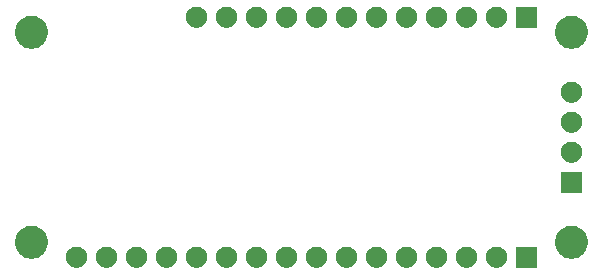
<source format=gbs>
G04 #@! TF.GenerationSoftware,KiCad,Pcbnew,(5.1.5)-3*
G04 #@! TF.CreationDate,2020-04-05T19:30:44-04:00*
G04 #@! TF.ProjectId,STM8Feather,53544d38-4665-4617-9468-65722e6b6963,rev?*
G04 #@! TF.SameCoordinates,Original*
G04 #@! TF.FileFunction,Soldermask,Bot*
G04 #@! TF.FilePolarity,Negative*
%FSLAX46Y46*%
G04 Gerber Fmt 4.6, Leading zero omitted, Abs format (unit mm)*
G04 Created by KiCad (PCBNEW (5.1.5)-3) date 2020-04-05 19:30:44*
%MOMM*%
%LPD*%
G04 APERTURE LIST*
%ADD10C,0.100000*%
G04 APERTURE END LIST*
D10*
G36*
X70751000Y-47891000D02*
G01*
X68949000Y-47891000D01*
X68949000Y-46089000D01*
X70751000Y-46089000D01*
X70751000Y-47891000D01*
G37*
G36*
X52183512Y-46093927D02*
G01*
X52332812Y-46123624D01*
X52496784Y-46191544D01*
X52644354Y-46290147D01*
X52769853Y-46415646D01*
X52868456Y-46563216D01*
X52936376Y-46727188D01*
X52971000Y-46901259D01*
X52971000Y-47078741D01*
X52936376Y-47252812D01*
X52868456Y-47416784D01*
X52769853Y-47564354D01*
X52644354Y-47689853D01*
X52496784Y-47788456D01*
X52332812Y-47856376D01*
X52183512Y-47886073D01*
X52158742Y-47891000D01*
X51981258Y-47891000D01*
X51956488Y-47886073D01*
X51807188Y-47856376D01*
X51643216Y-47788456D01*
X51495646Y-47689853D01*
X51370147Y-47564354D01*
X51271544Y-47416784D01*
X51203624Y-47252812D01*
X51169000Y-47078741D01*
X51169000Y-46901259D01*
X51203624Y-46727188D01*
X51271544Y-46563216D01*
X51370147Y-46415646D01*
X51495646Y-46290147D01*
X51643216Y-46191544D01*
X51807188Y-46123624D01*
X51956488Y-46093927D01*
X51981258Y-46089000D01*
X52158742Y-46089000D01*
X52183512Y-46093927D01*
G37*
G36*
X64883512Y-46093927D02*
G01*
X65032812Y-46123624D01*
X65196784Y-46191544D01*
X65344354Y-46290147D01*
X65469853Y-46415646D01*
X65568456Y-46563216D01*
X65636376Y-46727188D01*
X65671000Y-46901259D01*
X65671000Y-47078741D01*
X65636376Y-47252812D01*
X65568456Y-47416784D01*
X65469853Y-47564354D01*
X65344354Y-47689853D01*
X65196784Y-47788456D01*
X65032812Y-47856376D01*
X64883512Y-47886073D01*
X64858742Y-47891000D01*
X64681258Y-47891000D01*
X64656488Y-47886073D01*
X64507188Y-47856376D01*
X64343216Y-47788456D01*
X64195646Y-47689853D01*
X64070147Y-47564354D01*
X63971544Y-47416784D01*
X63903624Y-47252812D01*
X63869000Y-47078741D01*
X63869000Y-46901259D01*
X63903624Y-46727188D01*
X63971544Y-46563216D01*
X64070147Y-46415646D01*
X64195646Y-46290147D01*
X64343216Y-46191544D01*
X64507188Y-46123624D01*
X64656488Y-46093927D01*
X64681258Y-46089000D01*
X64858742Y-46089000D01*
X64883512Y-46093927D01*
G37*
G36*
X67423512Y-46093927D02*
G01*
X67572812Y-46123624D01*
X67736784Y-46191544D01*
X67884354Y-46290147D01*
X68009853Y-46415646D01*
X68108456Y-46563216D01*
X68176376Y-46727188D01*
X68211000Y-46901259D01*
X68211000Y-47078741D01*
X68176376Y-47252812D01*
X68108456Y-47416784D01*
X68009853Y-47564354D01*
X67884354Y-47689853D01*
X67736784Y-47788456D01*
X67572812Y-47856376D01*
X67423512Y-47886073D01*
X67398742Y-47891000D01*
X67221258Y-47891000D01*
X67196488Y-47886073D01*
X67047188Y-47856376D01*
X66883216Y-47788456D01*
X66735646Y-47689853D01*
X66610147Y-47564354D01*
X66511544Y-47416784D01*
X66443624Y-47252812D01*
X66409000Y-47078741D01*
X66409000Y-46901259D01*
X66443624Y-46727188D01*
X66511544Y-46563216D01*
X66610147Y-46415646D01*
X66735646Y-46290147D01*
X66883216Y-46191544D01*
X67047188Y-46123624D01*
X67196488Y-46093927D01*
X67221258Y-46089000D01*
X67398742Y-46089000D01*
X67423512Y-46093927D01*
G37*
G36*
X62343512Y-46093927D02*
G01*
X62492812Y-46123624D01*
X62656784Y-46191544D01*
X62804354Y-46290147D01*
X62929853Y-46415646D01*
X63028456Y-46563216D01*
X63096376Y-46727188D01*
X63131000Y-46901259D01*
X63131000Y-47078741D01*
X63096376Y-47252812D01*
X63028456Y-47416784D01*
X62929853Y-47564354D01*
X62804354Y-47689853D01*
X62656784Y-47788456D01*
X62492812Y-47856376D01*
X62343512Y-47886073D01*
X62318742Y-47891000D01*
X62141258Y-47891000D01*
X62116488Y-47886073D01*
X61967188Y-47856376D01*
X61803216Y-47788456D01*
X61655646Y-47689853D01*
X61530147Y-47564354D01*
X61431544Y-47416784D01*
X61363624Y-47252812D01*
X61329000Y-47078741D01*
X61329000Y-46901259D01*
X61363624Y-46727188D01*
X61431544Y-46563216D01*
X61530147Y-46415646D01*
X61655646Y-46290147D01*
X61803216Y-46191544D01*
X61967188Y-46123624D01*
X62116488Y-46093927D01*
X62141258Y-46089000D01*
X62318742Y-46089000D01*
X62343512Y-46093927D01*
G37*
G36*
X59803512Y-46093927D02*
G01*
X59952812Y-46123624D01*
X60116784Y-46191544D01*
X60264354Y-46290147D01*
X60389853Y-46415646D01*
X60488456Y-46563216D01*
X60556376Y-46727188D01*
X60591000Y-46901259D01*
X60591000Y-47078741D01*
X60556376Y-47252812D01*
X60488456Y-47416784D01*
X60389853Y-47564354D01*
X60264354Y-47689853D01*
X60116784Y-47788456D01*
X59952812Y-47856376D01*
X59803512Y-47886073D01*
X59778742Y-47891000D01*
X59601258Y-47891000D01*
X59576488Y-47886073D01*
X59427188Y-47856376D01*
X59263216Y-47788456D01*
X59115646Y-47689853D01*
X58990147Y-47564354D01*
X58891544Y-47416784D01*
X58823624Y-47252812D01*
X58789000Y-47078741D01*
X58789000Y-46901259D01*
X58823624Y-46727188D01*
X58891544Y-46563216D01*
X58990147Y-46415646D01*
X59115646Y-46290147D01*
X59263216Y-46191544D01*
X59427188Y-46123624D01*
X59576488Y-46093927D01*
X59601258Y-46089000D01*
X59778742Y-46089000D01*
X59803512Y-46093927D01*
G37*
G36*
X57263512Y-46093927D02*
G01*
X57412812Y-46123624D01*
X57576784Y-46191544D01*
X57724354Y-46290147D01*
X57849853Y-46415646D01*
X57948456Y-46563216D01*
X58016376Y-46727188D01*
X58051000Y-46901259D01*
X58051000Y-47078741D01*
X58016376Y-47252812D01*
X57948456Y-47416784D01*
X57849853Y-47564354D01*
X57724354Y-47689853D01*
X57576784Y-47788456D01*
X57412812Y-47856376D01*
X57263512Y-47886073D01*
X57238742Y-47891000D01*
X57061258Y-47891000D01*
X57036488Y-47886073D01*
X56887188Y-47856376D01*
X56723216Y-47788456D01*
X56575646Y-47689853D01*
X56450147Y-47564354D01*
X56351544Y-47416784D01*
X56283624Y-47252812D01*
X56249000Y-47078741D01*
X56249000Y-46901259D01*
X56283624Y-46727188D01*
X56351544Y-46563216D01*
X56450147Y-46415646D01*
X56575646Y-46290147D01*
X56723216Y-46191544D01*
X56887188Y-46123624D01*
X57036488Y-46093927D01*
X57061258Y-46089000D01*
X57238742Y-46089000D01*
X57263512Y-46093927D01*
G37*
G36*
X54723512Y-46093927D02*
G01*
X54872812Y-46123624D01*
X55036784Y-46191544D01*
X55184354Y-46290147D01*
X55309853Y-46415646D01*
X55408456Y-46563216D01*
X55476376Y-46727188D01*
X55511000Y-46901259D01*
X55511000Y-47078741D01*
X55476376Y-47252812D01*
X55408456Y-47416784D01*
X55309853Y-47564354D01*
X55184354Y-47689853D01*
X55036784Y-47788456D01*
X54872812Y-47856376D01*
X54723512Y-47886073D01*
X54698742Y-47891000D01*
X54521258Y-47891000D01*
X54496488Y-47886073D01*
X54347188Y-47856376D01*
X54183216Y-47788456D01*
X54035646Y-47689853D01*
X53910147Y-47564354D01*
X53811544Y-47416784D01*
X53743624Y-47252812D01*
X53709000Y-47078741D01*
X53709000Y-46901259D01*
X53743624Y-46727188D01*
X53811544Y-46563216D01*
X53910147Y-46415646D01*
X54035646Y-46290147D01*
X54183216Y-46191544D01*
X54347188Y-46123624D01*
X54496488Y-46093927D01*
X54521258Y-46089000D01*
X54698742Y-46089000D01*
X54723512Y-46093927D01*
G37*
G36*
X49643512Y-46093927D02*
G01*
X49792812Y-46123624D01*
X49956784Y-46191544D01*
X50104354Y-46290147D01*
X50229853Y-46415646D01*
X50328456Y-46563216D01*
X50396376Y-46727188D01*
X50431000Y-46901259D01*
X50431000Y-47078741D01*
X50396376Y-47252812D01*
X50328456Y-47416784D01*
X50229853Y-47564354D01*
X50104354Y-47689853D01*
X49956784Y-47788456D01*
X49792812Y-47856376D01*
X49643512Y-47886073D01*
X49618742Y-47891000D01*
X49441258Y-47891000D01*
X49416488Y-47886073D01*
X49267188Y-47856376D01*
X49103216Y-47788456D01*
X48955646Y-47689853D01*
X48830147Y-47564354D01*
X48731544Y-47416784D01*
X48663624Y-47252812D01*
X48629000Y-47078741D01*
X48629000Y-46901259D01*
X48663624Y-46727188D01*
X48731544Y-46563216D01*
X48830147Y-46415646D01*
X48955646Y-46290147D01*
X49103216Y-46191544D01*
X49267188Y-46123624D01*
X49416488Y-46093927D01*
X49441258Y-46089000D01*
X49618742Y-46089000D01*
X49643512Y-46093927D01*
G37*
G36*
X47103512Y-46093927D02*
G01*
X47252812Y-46123624D01*
X47416784Y-46191544D01*
X47564354Y-46290147D01*
X47689853Y-46415646D01*
X47788456Y-46563216D01*
X47856376Y-46727188D01*
X47891000Y-46901259D01*
X47891000Y-47078741D01*
X47856376Y-47252812D01*
X47788456Y-47416784D01*
X47689853Y-47564354D01*
X47564354Y-47689853D01*
X47416784Y-47788456D01*
X47252812Y-47856376D01*
X47103512Y-47886073D01*
X47078742Y-47891000D01*
X46901258Y-47891000D01*
X46876488Y-47886073D01*
X46727188Y-47856376D01*
X46563216Y-47788456D01*
X46415646Y-47689853D01*
X46290147Y-47564354D01*
X46191544Y-47416784D01*
X46123624Y-47252812D01*
X46089000Y-47078741D01*
X46089000Y-46901259D01*
X46123624Y-46727188D01*
X46191544Y-46563216D01*
X46290147Y-46415646D01*
X46415646Y-46290147D01*
X46563216Y-46191544D01*
X46727188Y-46123624D01*
X46876488Y-46093927D01*
X46901258Y-46089000D01*
X47078742Y-46089000D01*
X47103512Y-46093927D01*
G37*
G36*
X44563512Y-46093927D02*
G01*
X44712812Y-46123624D01*
X44876784Y-46191544D01*
X45024354Y-46290147D01*
X45149853Y-46415646D01*
X45248456Y-46563216D01*
X45316376Y-46727188D01*
X45351000Y-46901259D01*
X45351000Y-47078741D01*
X45316376Y-47252812D01*
X45248456Y-47416784D01*
X45149853Y-47564354D01*
X45024354Y-47689853D01*
X44876784Y-47788456D01*
X44712812Y-47856376D01*
X44563512Y-47886073D01*
X44538742Y-47891000D01*
X44361258Y-47891000D01*
X44336488Y-47886073D01*
X44187188Y-47856376D01*
X44023216Y-47788456D01*
X43875646Y-47689853D01*
X43750147Y-47564354D01*
X43651544Y-47416784D01*
X43583624Y-47252812D01*
X43549000Y-47078741D01*
X43549000Y-46901259D01*
X43583624Y-46727188D01*
X43651544Y-46563216D01*
X43750147Y-46415646D01*
X43875646Y-46290147D01*
X44023216Y-46191544D01*
X44187188Y-46123624D01*
X44336488Y-46093927D01*
X44361258Y-46089000D01*
X44538742Y-46089000D01*
X44563512Y-46093927D01*
G37*
G36*
X42023512Y-46093927D02*
G01*
X42172812Y-46123624D01*
X42336784Y-46191544D01*
X42484354Y-46290147D01*
X42609853Y-46415646D01*
X42708456Y-46563216D01*
X42776376Y-46727188D01*
X42811000Y-46901259D01*
X42811000Y-47078741D01*
X42776376Y-47252812D01*
X42708456Y-47416784D01*
X42609853Y-47564354D01*
X42484354Y-47689853D01*
X42336784Y-47788456D01*
X42172812Y-47856376D01*
X42023512Y-47886073D01*
X41998742Y-47891000D01*
X41821258Y-47891000D01*
X41796488Y-47886073D01*
X41647188Y-47856376D01*
X41483216Y-47788456D01*
X41335646Y-47689853D01*
X41210147Y-47564354D01*
X41111544Y-47416784D01*
X41043624Y-47252812D01*
X41009000Y-47078741D01*
X41009000Y-46901259D01*
X41043624Y-46727188D01*
X41111544Y-46563216D01*
X41210147Y-46415646D01*
X41335646Y-46290147D01*
X41483216Y-46191544D01*
X41647188Y-46123624D01*
X41796488Y-46093927D01*
X41821258Y-46089000D01*
X41998742Y-46089000D01*
X42023512Y-46093927D01*
G37*
G36*
X39483512Y-46093927D02*
G01*
X39632812Y-46123624D01*
X39796784Y-46191544D01*
X39944354Y-46290147D01*
X40069853Y-46415646D01*
X40168456Y-46563216D01*
X40236376Y-46727188D01*
X40271000Y-46901259D01*
X40271000Y-47078741D01*
X40236376Y-47252812D01*
X40168456Y-47416784D01*
X40069853Y-47564354D01*
X39944354Y-47689853D01*
X39796784Y-47788456D01*
X39632812Y-47856376D01*
X39483512Y-47886073D01*
X39458742Y-47891000D01*
X39281258Y-47891000D01*
X39256488Y-47886073D01*
X39107188Y-47856376D01*
X38943216Y-47788456D01*
X38795646Y-47689853D01*
X38670147Y-47564354D01*
X38571544Y-47416784D01*
X38503624Y-47252812D01*
X38469000Y-47078741D01*
X38469000Y-46901259D01*
X38503624Y-46727188D01*
X38571544Y-46563216D01*
X38670147Y-46415646D01*
X38795646Y-46290147D01*
X38943216Y-46191544D01*
X39107188Y-46123624D01*
X39256488Y-46093927D01*
X39281258Y-46089000D01*
X39458742Y-46089000D01*
X39483512Y-46093927D01*
G37*
G36*
X36943512Y-46093927D02*
G01*
X37092812Y-46123624D01*
X37256784Y-46191544D01*
X37404354Y-46290147D01*
X37529853Y-46415646D01*
X37628456Y-46563216D01*
X37696376Y-46727188D01*
X37731000Y-46901259D01*
X37731000Y-47078741D01*
X37696376Y-47252812D01*
X37628456Y-47416784D01*
X37529853Y-47564354D01*
X37404354Y-47689853D01*
X37256784Y-47788456D01*
X37092812Y-47856376D01*
X36943512Y-47886073D01*
X36918742Y-47891000D01*
X36741258Y-47891000D01*
X36716488Y-47886073D01*
X36567188Y-47856376D01*
X36403216Y-47788456D01*
X36255646Y-47689853D01*
X36130147Y-47564354D01*
X36031544Y-47416784D01*
X35963624Y-47252812D01*
X35929000Y-47078741D01*
X35929000Y-46901259D01*
X35963624Y-46727188D01*
X36031544Y-46563216D01*
X36130147Y-46415646D01*
X36255646Y-46290147D01*
X36403216Y-46191544D01*
X36567188Y-46123624D01*
X36716488Y-46093927D01*
X36741258Y-46089000D01*
X36918742Y-46089000D01*
X36943512Y-46093927D01*
G37*
G36*
X34403512Y-46093927D02*
G01*
X34552812Y-46123624D01*
X34716784Y-46191544D01*
X34864354Y-46290147D01*
X34989853Y-46415646D01*
X35088456Y-46563216D01*
X35156376Y-46727188D01*
X35191000Y-46901259D01*
X35191000Y-47078741D01*
X35156376Y-47252812D01*
X35088456Y-47416784D01*
X34989853Y-47564354D01*
X34864354Y-47689853D01*
X34716784Y-47788456D01*
X34552812Y-47856376D01*
X34403512Y-47886073D01*
X34378742Y-47891000D01*
X34201258Y-47891000D01*
X34176488Y-47886073D01*
X34027188Y-47856376D01*
X33863216Y-47788456D01*
X33715646Y-47689853D01*
X33590147Y-47564354D01*
X33491544Y-47416784D01*
X33423624Y-47252812D01*
X33389000Y-47078741D01*
X33389000Y-46901259D01*
X33423624Y-46727188D01*
X33491544Y-46563216D01*
X33590147Y-46415646D01*
X33715646Y-46290147D01*
X33863216Y-46191544D01*
X34027188Y-46123624D01*
X34176488Y-46093927D01*
X34201258Y-46089000D01*
X34378742Y-46089000D01*
X34403512Y-46093927D01*
G37*
G36*
X31863512Y-46093927D02*
G01*
X32012812Y-46123624D01*
X32176784Y-46191544D01*
X32324354Y-46290147D01*
X32449853Y-46415646D01*
X32548456Y-46563216D01*
X32616376Y-46727188D01*
X32651000Y-46901259D01*
X32651000Y-47078741D01*
X32616376Y-47252812D01*
X32548456Y-47416784D01*
X32449853Y-47564354D01*
X32324354Y-47689853D01*
X32176784Y-47788456D01*
X32012812Y-47856376D01*
X31863512Y-47886073D01*
X31838742Y-47891000D01*
X31661258Y-47891000D01*
X31636488Y-47886073D01*
X31487188Y-47856376D01*
X31323216Y-47788456D01*
X31175646Y-47689853D01*
X31050147Y-47564354D01*
X30951544Y-47416784D01*
X30883624Y-47252812D01*
X30849000Y-47078741D01*
X30849000Y-46901259D01*
X30883624Y-46727188D01*
X30951544Y-46563216D01*
X31050147Y-46415646D01*
X31175646Y-46290147D01*
X31323216Y-46191544D01*
X31487188Y-46123624D01*
X31636488Y-46093927D01*
X31661258Y-46089000D01*
X31838742Y-46089000D01*
X31863512Y-46093927D01*
G37*
G36*
X28258433Y-44354893D02*
G01*
X28348657Y-44372839D01*
X28454267Y-44416585D01*
X28603621Y-44478449D01*
X28603622Y-44478450D01*
X28833086Y-44631772D01*
X29028228Y-44826914D01*
X29130675Y-44980237D01*
X29181551Y-45056379D01*
X29287161Y-45311344D01*
X29341000Y-45582012D01*
X29341000Y-45857988D01*
X29287161Y-46128656D01*
X29181551Y-46383621D01*
X29160152Y-46415647D01*
X29028228Y-46613086D01*
X28833086Y-46808228D01*
X28693856Y-46901258D01*
X28603621Y-46961551D01*
X28454267Y-47023415D01*
X28348657Y-47067161D01*
X28258433Y-47085107D01*
X28077988Y-47121000D01*
X27802012Y-47121000D01*
X27621567Y-47085107D01*
X27531343Y-47067161D01*
X27425733Y-47023415D01*
X27276379Y-46961551D01*
X27186144Y-46901258D01*
X27046914Y-46808228D01*
X26851772Y-46613086D01*
X26719848Y-46415647D01*
X26698449Y-46383621D01*
X26592839Y-46128656D01*
X26539000Y-45857988D01*
X26539000Y-45582012D01*
X26592839Y-45311344D01*
X26698449Y-45056379D01*
X26749325Y-44980237D01*
X26851772Y-44826914D01*
X27046914Y-44631772D01*
X27276378Y-44478450D01*
X27276379Y-44478449D01*
X27425733Y-44416585D01*
X27531343Y-44372839D01*
X27621567Y-44354893D01*
X27802012Y-44319000D01*
X28077988Y-44319000D01*
X28258433Y-44354893D01*
G37*
G36*
X73978433Y-44354893D02*
G01*
X74068657Y-44372839D01*
X74174267Y-44416585D01*
X74323621Y-44478449D01*
X74323622Y-44478450D01*
X74553086Y-44631772D01*
X74748228Y-44826914D01*
X74850675Y-44980237D01*
X74901551Y-45056379D01*
X75007161Y-45311344D01*
X75061000Y-45582012D01*
X75061000Y-45857988D01*
X75007161Y-46128656D01*
X74901551Y-46383621D01*
X74880152Y-46415647D01*
X74748228Y-46613086D01*
X74553086Y-46808228D01*
X74413856Y-46901258D01*
X74323621Y-46961551D01*
X74174267Y-47023415D01*
X74068657Y-47067161D01*
X73978433Y-47085107D01*
X73797988Y-47121000D01*
X73522012Y-47121000D01*
X73341567Y-47085107D01*
X73251343Y-47067161D01*
X73145733Y-47023415D01*
X72996379Y-46961551D01*
X72906144Y-46901258D01*
X72766914Y-46808228D01*
X72571772Y-46613086D01*
X72439848Y-46415647D01*
X72418449Y-46383621D01*
X72312839Y-46128656D01*
X72259000Y-45857988D01*
X72259000Y-45582012D01*
X72312839Y-45311344D01*
X72418449Y-45056379D01*
X72469325Y-44980237D01*
X72571772Y-44826914D01*
X72766914Y-44631772D01*
X72996378Y-44478450D01*
X72996379Y-44478449D01*
X73145733Y-44416585D01*
X73251343Y-44372839D01*
X73341567Y-44354893D01*
X73522012Y-44319000D01*
X73797988Y-44319000D01*
X73978433Y-44354893D01*
G37*
G36*
X74561000Y-41541000D02*
G01*
X72759000Y-41541000D01*
X72759000Y-39739000D01*
X74561000Y-39739000D01*
X74561000Y-41541000D01*
G37*
G36*
X73773512Y-37203927D02*
G01*
X73922812Y-37233624D01*
X74086784Y-37301544D01*
X74234354Y-37400147D01*
X74359853Y-37525646D01*
X74458456Y-37673216D01*
X74526376Y-37837188D01*
X74561000Y-38011259D01*
X74561000Y-38188741D01*
X74526376Y-38362812D01*
X74458456Y-38526784D01*
X74359853Y-38674354D01*
X74234354Y-38799853D01*
X74086784Y-38898456D01*
X73922812Y-38966376D01*
X73773512Y-38996073D01*
X73748742Y-39001000D01*
X73571258Y-39001000D01*
X73546488Y-38996073D01*
X73397188Y-38966376D01*
X73233216Y-38898456D01*
X73085646Y-38799853D01*
X72960147Y-38674354D01*
X72861544Y-38526784D01*
X72793624Y-38362812D01*
X72759000Y-38188741D01*
X72759000Y-38011259D01*
X72793624Y-37837188D01*
X72861544Y-37673216D01*
X72960147Y-37525646D01*
X73085646Y-37400147D01*
X73233216Y-37301544D01*
X73397188Y-37233624D01*
X73546488Y-37203927D01*
X73571258Y-37199000D01*
X73748742Y-37199000D01*
X73773512Y-37203927D01*
G37*
G36*
X73773512Y-34663927D02*
G01*
X73922812Y-34693624D01*
X74086784Y-34761544D01*
X74234354Y-34860147D01*
X74359853Y-34985646D01*
X74458456Y-35133216D01*
X74526376Y-35297188D01*
X74561000Y-35471259D01*
X74561000Y-35648741D01*
X74526376Y-35822812D01*
X74458456Y-35986784D01*
X74359853Y-36134354D01*
X74234354Y-36259853D01*
X74086784Y-36358456D01*
X73922812Y-36426376D01*
X73773512Y-36456073D01*
X73748742Y-36461000D01*
X73571258Y-36461000D01*
X73546488Y-36456073D01*
X73397188Y-36426376D01*
X73233216Y-36358456D01*
X73085646Y-36259853D01*
X72960147Y-36134354D01*
X72861544Y-35986784D01*
X72793624Y-35822812D01*
X72759000Y-35648741D01*
X72759000Y-35471259D01*
X72793624Y-35297188D01*
X72861544Y-35133216D01*
X72960147Y-34985646D01*
X73085646Y-34860147D01*
X73233216Y-34761544D01*
X73397188Y-34693624D01*
X73546488Y-34663927D01*
X73571258Y-34659000D01*
X73748742Y-34659000D01*
X73773512Y-34663927D01*
G37*
G36*
X73773512Y-32123927D02*
G01*
X73922812Y-32153624D01*
X74086784Y-32221544D01*
X74234354Y-32320147D01*
X74359853Y-32445646D01*
X74458456Y-32593216D01*
X74526376Y-32757188D01*
X74561000Y-32931259D01*
X74561000Y-33108741D01*
X74526376Y-33282812D01*
X74458456Y-33446784D01*
X74359853Y-33594354D01*
X74234354Y-33719853D01*
X74086784Y-33818456D01*
X73922812Y-33886376D01*
X73773512Y-33916073D01*
X73748742Y-33921000D01*
X73571258Y-33921000D01*
X73546488Y-33916073D01*
X73397188Y-33886376D01*
X73233216Y-33818456D01*
X73085646Y-33719853D01*
X72960147Y-33594354D01*
X72861544Y-33446784D01*
X72793624Y-33282812D01*
X72759000Y-33108741D01*
X72759000Y-32931259D01*
X72793624Y-32757188D01*
X72861544Y-32593216D01*
X72960147Y-32445646D01*
X73085646Y-32320147D01*
X73233216Y-32221544D01*
X73397188Y-32153624D01*
X73546488Y-32123927D01*
X73571258Y-32119000D01*
X73748742Y-32119000D01*
X73773512Y-32123927D01*
G37*
G36*
X73978433Y-26574893D02*
G01*
X74068657Y-26592839D01*
X74174267Y-26636585D01*
X74323621Y-26698449D01*
X74323622Y-26698450D01*
X74553086Y-26851772D01*
X74748228Y-27046914D01*
X74850675Y-27200237D01*
X74901551Y-27276379D01*
X75007161Y-27531344D01*
X75061000Y-27802012D01*
X75061000Y-28077988D01*
X75007161Y-28348656D01*
X74901551Y-28603621D01*
X74901550Y-28603622D01*
X74748228Y-28833086D01*
X74553086Y-29028228D01*
X74399763Y-29130675D01*
X74323621Y-29181551D01*
X74174267Y-29243415D01*
X74068657Y-29287161D01*
X73978433Y-29305107D01*
X73797988Y-29341000D01*
X73522012Y-29341000D01*
X73341567Y-29305107D01*
X73251343Y-29287161D01*
X73145733Y-29243415D01*
X72996379Y-29181551D01*
X72920237Y-29130675D01*
X72766914Y-29028228D01*
X72571772Y-28833086D01*
X72418450Y-28603622D01*
X72418449Y-28603621D01*
X72312839Y-28348656D01*
X72259000Y-28077988D01*
X72259000Y-27802012D01*
X72312839Y-27531344D01*
X72418449Y-27276379D01*
X72469325Y-27200237D01*
X72571772Y-27046914D01*
X72766914Y-26851772D01*
X72996378Y-26698450D01*
X72996379Y-26698449D01*
X73145733Y-26636585D01*
X73251343Y-26592839D01*
X73341567Y-26574893D01*
X73522012Y-26539000D01*
X73797988Y-26539000D01*
X73978433Y-26574893D01*
G37*
G36*
X28258433Y-26574893D02*
G01*
X28348657Y-26592839D01*
X28454267Y-26636585D01*
X28603621Y-26698449D01*
X28603622Y-26698450D01*
X28833086Y-26851772D01*
X29028228Y-27046914D01*
X29130675Y-27200237D01*
X29181551Y-27276379D01*
X29287161Y-27531344D01*
X29341000Y-27802012D01*
X29341000Y-28077988D01*
X29287161Y-28348656D01*
X29181551Y-28603621D01*
X29181550Y-28603622D01*
X29028228Y-28833086D01*
X28833086Y-29028228D01*
X28679763Y-29130675D01*
X28603621Y-29181551D01*
X28454267Y-29243415D01*
X28348657Y-29287161D01*
X28258433Y-29305107D01*
X28077988Y-29341000D01*
X27802012Y-29341000D01*
X27621567Y-29305107D01*
X27531343Y-29287161D01*
X27425733Y-29243415D01*
X27276379Y-29181551D01*
X27200237Y-29130675D01*
X27046914Y-29028228D01*
X26851772Y-28833086D01*
X26698450Y-28603622D01*
X26698449Y-28603621D01*
X26592839Y-28348656D01*
X26539000Y-28077988D01*
X26539000Y-27802012D01*
X26592839Y-27531344D01*
X26698449Y-27276379D01*
X26749325Y-27200237D01*
X26851772Y-27046914D01*
X27046914Y-26851772D01*
X27276378Y-26698450D01*
X27276379Y-26698449D01*
X27425733Y-26636585D01*
X27531343Y-26592839D01*
X27621567Y-26574893D01*
X27802012Y-26539000D01*
X28077988Y-26539000D01*
X28258433Y-26574893D01*
G37*
G36*
X67423512Y-25773927D02*
G01*
X67572812Y-25803624D01*
X67736784Y-25871544D01*
X67884354Y-25970147D01*
X68009853Y-26095646D01*
X68108456Y-26243216D01*
X68176376Y-26407188D01*
X68211000Y-26581259D01*
X68211000Y-26758741D01*
X68176376Y-26932812D01*
X68108456Y-27096784D01*
X68009853Y-27244354D01*
X67884354Y-27369853D01*
X67736784Y-27468456D01*
X67572812Y-27536376D01*
X67423512Y-27566073D01*
X67398742Y-27571000D01*
X67221258Y-27571000D01*
X67196488Y-27566073D01*
X67047188Y-27536376D01*
X66883216Y-27468456D01*
X66735646Y-27369853D01*
X66610147Y-27244354D01*
X66511544Y-27096784D01*
X66443624Y-26932812D01*
X66409000Y-26758741D01*
X66409000Y-26581259D01*
X66443624Y-26407188D01*
X66511544Y-26243216D01*
X66610147Y-26095646D01*
X66735646Y-25970147D01*
X66883216Y-25871544D01*
X67047188Y-25803624D01*
X67196488Y-25773927D01*
X67221258Y-25769000D01*
X67398742Y-25769000D01*
X67423512Y-25773927D01*
G37*
G36*
X64883512Y-25773927D02*
G01*
X65032812Y-25803624D01*
X65196784Y-25871544D01*
X65344354Y-25970147D01*
X65469853Y-26095646D01*
X65568456Y-26243216D01*
X65636376Y-26407188D01*
X65671000Y-26581259D01*
X65671000Y-26758741D01*
X65636376Y-26932812D01*
X65568456Y-27096784D01*
X65469853Y-27244354D01*
X65344354Y-27369853D01*
X65196784Y-27468456D01*
X65032812Y-27536376D01*
X64883512Y-27566073D01*
X64858742Y-27571000D01*
X64681258Y-27571000D01*
X64656488Y-27566073D01*
X64507188Y-27536376D01*
X64343216Y-27468456D01*
X64195646Y-27369853D01*
X64070147Y-27244354D01*
X63971544Y-27096784D01*
X63903624Y-26932812D01*
X63869000Y-26758741D01*
X63869000Y-26581259D01*
X63903624Y-26407188D01*
X63971544Y-26243216D01*
X64070147Y-26095646D01*
X64195646Y-25970147D01*
X64343216Y-25871544D01*
X64507188Y-25803624D01*
X64656488Y-25773927D01*
X64681258Y-25769000D01*
X64858742Y-25769000D01*
X64883512Y-25773927D01*
G37*
G36*
X59803512Y-25773927D02*
G01*
X59952812Y-25803624D01*
X60116784Y-25871544D01*
X60264354Y-25970147D01*
X60389853Y-26095646D01*
X60488456Y-26243216D01*
X60556376Y-26407188D01*
X60591000Y-26581259D01*
X60591000Y-26758741D01*
X60556376Y-26932812D01*
X60488456Y-27096784D01*
X60389853Y-27244354D01*
X60264354Y-27369853D01*
X60116784Y-27468456D01*
X59952812Y-27536376D01*
X59803512Y-27566073D01*
X59778742Y-27571000D01*
X59601258Y-27571000D01*
X59576488Y-27566073D01*
X59427188Y-27536376D01*
X59263216Y-27468456D01*
X59115646Y-27369853D01*
X58990147Y-27244354D01*
X58891544Y-27096784D01*
X58823624Y-26932812D01*
X58789000Y-26758741D01*
X58789000Y-26581259D01*
X58823624Y-26407188D01*
X58891544Y-26243216D01*
X58990147Y-26095646D01*
X59115646Y-25970147D01*
X59263216Y-25871544D01*
X59427188Y-25803624D01*
X59576488Y-25773927D01*
X59601258Y-25769000D01*
X59778742Y-25769000D01*
X59803512Y-25773927D01*
G37*
G36*
X57263512Y-25773927D02*
G01*
X57412812Y-25803624D01*
X57576784Y-25871544D01*
X57724354Y-25970147D01*
X57849853Y-26095646D01*
X57948456Y-26243216D01*
X58016376Y-26407188D01*
X58051000Y-26581259D01*
X58051000Y-26758741D01*
X58016376Y-26932812D01*
X57948456Y-27096784D01*
X57849853Y-27244354D01*
X57724354Y-27369853D01*
X57576784Y-27468456D01*
X57412812Y-27536376D01*
X57263512Y-27566073D01*
X57238742Y-27571000D01*
X57061258Y-27571000D01*
X57036488Y-27566073D01*
X56887188Y-27536376D01*
X56723216Y-27468456D01*
X56575646Y-27369853D01*
X56450147Y-27244354D01*
X56351544Y-27096784D01*
X56283624Y-26932812D01*
X56249000Y-26758741D01*
X56249000Y-26581259D01*
X56283624Y-26407188D01*
X56351544Y-26243216D01*
X56450147Y-26095646D01*
X56575646Y-25970147D01*
X56723216Y-25871544D01*
X56887188Y-25803624D01*
X57036488Y-25773927D01*
X57061258Y-25769000D01*
X57238742Y-25769000D01*
X57263512Y-25773927D01*
G37*
G36*
X54723512Y-25773927D02*
G01*
X54872812Y-25803624D01*
X55036784Y-25871544D01*
X55184354Y-25970147D01*
X55309853Y-26095646D01*
X55408456Y-26243216D01*
X55476376Y-26407188D01*
X55511000Y-26581259D01*
X55511000Y-26758741D01*
X55476376Y-26932812D01*
X55408456Y-27096784D01*
X55309853Y-27244354D01*
X55184354Y-27369853D01*
X55036784Y-27468456D01*
X54872812Y-27536376D01*
X54723512Y-27566073D01*
X54698742Y-27571000D01*
X54521258Y-27571000D01*
X54496488Y-27566073D01*
X54347188Y-27536376D01*
X54183216Y-27468456D01*
X54035646Y-27369853D01*
X53910147Y-27244354D01*
X53811544Y-27096784D01*
X53743624Y-26932812D01*
X53709000Y-26758741D01*
X53709000Y-26581259D01*
X53743624Y-26407188D01*
X53811544Y-26243216D01*
X53910147Y-26095646D01*
X54035646Y-25970147D01*
X54183216Y-25871544D01*
X54347188Y-25803624D01*
X54496488Y-25773927D01*
X54521258Y-25769000D01*
X54698742Y-25769000D01*
X54723512Y-25773927D01*
G37*
G36*
X52183512Y-25773927D02*
G01*
X52332812Y-25803624D01*
X52496784Y-25871544D01*
X52644354Y-25970147D01*
X52769853Y-26095646D01*
X52868456Y-26243216D01*
X52936376Y-26407188D01*
X52971000Y-26581259D01*
X52971000Y-26758741D01*
X52936376Y-26932812D01*
X52868456Y-27096784D01*
X52769853Y-27244354D01*
X52644354Y-27369853D01*
X52496784Y-27468456D01*
X52332812Y-27536376D01*
X52183512Y-27566073D01*
X52158742Y-27571000D01*
X51981258Y-27571000D01*
X51956488Y-27566073D01*
X51807188Y-27536376D01*
X51643216Y-27468456D01*
X51495646Y-27369853D01*
X51370147Y-27244354D01*
X51271544Y-27096784D01*
X51203624Y-26932812D01*
X51169000Y-26758741D01*
X51169000Y-26581259D01*
X51203624Y-26407188D01*
X51271544Y-26243216D01*
X51370147Y-26095646D01*
X51495646Y-25970147D01*
X51643216Y-25871544D01*
X51807188Y-25803624D01*
X51956488Y-25773927D01*
X51981258Y-25769000D01*
X52158742Y-25769000D01*
X52183512Y-25773927D01*
G37*
G36*
X49643512Y-25773927D02*
G01*
X49792812Y-25803624D01*
X49956784Y-25871544D01*
X50104354Y-25970147D01*
X50229853Y-26095646D01*
X50328456Y-26243216D01*
X50396376Y-26407188D01*
X50431000Y-26581259D01*
X50431000Y-26758741D01*
X50396376Y-26932812D01*
X50328456Y-27096784D01*
X50229853Y-27244354D01*
X50104354Y-27369853D01*
X49956784Y-27468456D01*
X49792812Y-27536376D01*
X49643512Y-27566073D01*
X49618742Y-27571000D01*
X49441258Y-27571000D01*
X49416488Y-27566073D01*
X49267188Y-27536376D01*
X49103216Y-27468456D01*
X48955646Y-27369853D01*
X48830147Y-27244354D01*
X48731544Y-27096784D01*
X48663624Y-26932812D01*
X48629000Y-26758741D01*
X48629000Y-26581259D01*
X48663624Y-26407188D01*
X48731544Y-26243216D01*
X48830147Y-26095646D01*
X48955646Y-25970147D01*
X49103216Y-25871544D01*
X49267188Y-25803624D01*
X49416488Y-25773927D01*
X49441258Y-25769000D01*
X49618742Y-25769000D01*
X49643512Y-25773927D01*
G37*
G36*
X47103512Y-25773927D02*
G01*
X47252812Y-25803624D01*
X47416784Y-25871544D01*
X47564354Y-25970147D01*
X47689853Y-26095646D01*
X47788456Y-26243216D01*
X47856376Y-26407188D01*
X47891000Y-26581259D01*
X47891000Y-26758741D01*
X47856376Y-26932812D01*
X47788456Y-27096784D01*
X47689853Y-27244354D01*
X47564354Y-27369853D01*
X47416784Y-27468456D01*
X47252812Y-27536376D01*
X47103512Y-27566073D01*
X47078742Y-27571000D01*
X46901258Y-27571000D01*
X46876488Y-27566073D01*
X46727188Y-27536376D01*
X46563216Y-27468456D01*
X46415646Y-27369853D01*
X46290147Y-27244354D01*
X46191544Y-27096784D01*
X46123624Y-26932812D01*
X46089000Y-26758741D01*
X46089000Y-26581259D01*
X46123624Y-26407188D01*
X46191544Y-26243216D01*
X46290147Y-26095646D01*
X46415646Y-25970147D01*
X46563216Y-25871544D01*
X46727188Y-25803624D01*
X46876488Y-25773927D01*
X46901258Y-25769000D01*
X47078742Y-25769000D01*
X47103512Y-25773927D01*
G37*
G36*
X70751000Y-27571000D02*
G01*
X68949000Y-27571000D01*
X68949000Y-25769000D01*
X70751000Y-25769000D01*
X70751000Y-27571000D01*
G37*
G36*
X44563512Y-25773927D02*
G01*
X44712812Y-25803624D01*
X44876784Y-25871544D01*
X45024354Y-25970147D01*
X45149853Y-26095646D01*
X45248456Y-26243216D01*
X45316376Y-26407188D01*
X45351000Y-26581259D01*
X45351000Y-26758741D01*
X45316376Y-26932812D01*
X45248456Y-27096784D01*
X45149853Y-27244354D01*
X45024354Y-27369853D01*
X44876784Y-27468456D01*
X44712812Y-27536376D01*
X44563512Y-27566073D01*
X44538742Y-27571000D01*
X44361258Y-27571000D01*
X44336488Y-27566073D01*
X44187188Y-27536376D01*
X44023216Y-27468456D01*
X43875646Y-27369853D01*
X43750147Y-27244354D01*
X43651544Y-27096784D01*
X43583624Y-26932812D01*
X43549000Y-26758741D01*
X43549000Y-26581259D01*
X43583624Y-26407188D01*
X43651544Y-26243216D01*
X43750147Y-26095646D01*
X43875646Y-25970147D01*
X44023216Y-25871544D01*
X44187188Y-25803624D01*
X44336488Y-25773927D01*
X44361258Y-25769000D01*
X44538742Y-25769000D01*
X44563512Y-25773927D01*
G37*
G36*
X42023512Y-25773927D02*
G01*
X42172812Y-25803624D01*
X42336784Y-25871544D01*
X42484354Y-25970147D01*
X42609853Y-26095646D01*
X42708456Y-26243216D01*
X42776376Y-26407188D01*
X42811000Y-26581259D01*
X42811000Y-26758741D01*
X42776376Y-26932812D01*
X42708456Y-27096784D01*
X42609853Y-27244354D01*
X42484354Y-27369853D01*
X42336784Y-27468456D01*
X42172812Y-27536376D01*
X42023512Y-27566073D01*
X41998742Y-27571000D01*
X41821258Y-27571000D01*
X41796488Y-27566073D01*
X41647188Y-27536376D01*
X41483216Y-27468456D01*
X41335646Y-27369853D01*
X41210147Y-27244354D01*
X41111544Y-27096784D01*
X41043624Y-26932812D01*
X41009000Y-26758741D01*
X41009000Y-26581259D01*
X41043624Y-26407188D01*
X41111544Y-26243216D01*
X41210147Y-26095646D01*
X41335646Y-25970147D01*
X41483216Y-25871544D01*
X41647188Y-25803624D01*
X41796488Y-25773927D01*
X41821258Y-25769000D01*
X41998742Y-25769000D01*
X42023512Y-25773927D01*
G37*
G36*
X62343512Y-25773927D02*
G01*
X62492812Y-25803624D01*
X62656784Y-25871544D01*
X62804354Y-25970147D01*
X62929853Y-26095646D01*
X63028456Y-26243216D01*
X63096376Y-26407188D01*
X63131000Y-26581259D01*
X63131000Y-26758741D01*
X63096376Y-26932812D01*
X63028456Y-27096784D01*
X62929853Y-27244354D01*
X62804354Y-27369853D01*
X62656784Y-27468456D01*
X62492812Y-27536376D01*
X62343512Y-27566073D01*
X62318742Y-27571000D01*
X62141258Y-27571000D01*
X62116488Y-27566073D01*
X61967188Y-27536376D01*
X61803216Y-27468456D01*
X61655646Y-27369853D01*
X61530147Y-27244354D01*
X61431544Y-27096784D01*
X61363624Y-26932812D01*
X61329000Y-26758741D01*
X61329000Y-26581259D01*
X61363624Y-26407188D01*
X61431544Y-26243216D01*
X61530147Y-26095646D01*
X61655646Y-25970147D01*
X61803216Y-25871544D01*
X61967188Y-25803624D01*
X62116488Y-25773927D01*
X62141258Y-25769000D01*
X62318742Y-25769000D01*
X62343512Y-25773927D01*
G37*
M02*

</source>
